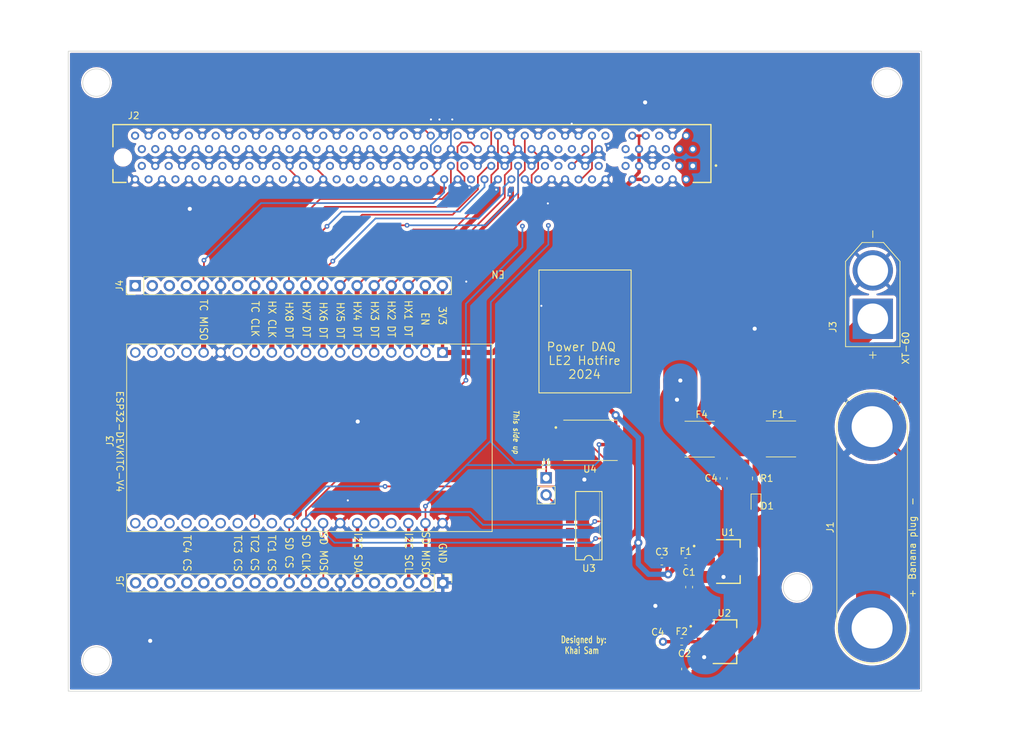
<source format=kicad_pcb>
(kicad_pcb (version 20221018) (generator pcbnew)
  (layers (0 "F.Cu" signal) (1 "In1.Cu" signal) (2 "In2.Cu" signal) (31 "B.Cu" signal) (34 "B.Paste" user) (35 "F.Paste" user) (36 "B.SilkS" user "B.Silkscreen") (37 "F.SilkS" user "F.Silkscreen") (38 "B.Mask" user) (39 "F.Mask" user) (44 "Edge.Cuts" user))
  (net 0 "")
  (net 1 "GND")
  (net 2 "Net-(C4-Pad2)")
  (net 3 "12V")
  (net 4 "Net-(D1-Pad1)")
  (net 5 "+12V")
  (net 6 "3.3V")
  (net 7 "5V")
  (net 8 "HX CLK")
  (net 9 "EN")
  (net 10 "HX1")
  (net 11 "HX2")
  (net 12 "HX3")
  (net 13 "HX4")
  (net 14 "HX5")
  (net 15 "HX6")
  (net 16 "HX7")
  (net 17 "HX8")
  (net 18 "Net-(U1-OUTPUT)")
  (net 19 "Net-(U2-OUTPUT)")
  (net 20 "Net-(J1-Pin_1)")
  (net 21 "I2C SCL")
  (net 22 "I2C SDA")
  (net 23 "TC CS 3")
  (net 24 "TC CS 4")
  (net 25 "SD MOSI_3.3")
  (net 26 "SD CLK_3.3")
  (net 27 "SD CS_3.3")
  (net 31 "TC CS 1")
  (net 32 "TC CS 2")
  (net 38 "SPI1 CLK")
  (net 39 "SPI1 MISO")
  (net 50 "SPI1 MOSI")
  (net 68 "SPI0 CLK")
  (net 69 "SPI0 MISO")
  (net 99 "SPI0 MOSI")
  (net 100 "SPI0 CS")
  (footprint "XTSD04GLGEAG:SON127P600X800X95-8N" (layer "F.Cu") (at 192.024 121.412)
    (fp_text reference "U4")
    (fp_text value "XTSD04GLGEAG")
  )
  (footprint "74HC4050D:SO16" (layer "F.Cu") (at 191.77 134.112 90)
    (fp_text reference "U3")
    (fp_text value "74HC4050D")
  )
  (footprint "Capacitor_SMD:C_0603_1608Metric" (layer "F.Cu") (at 206.1005 155.448 90)
    (fp_text reference "C2")
    (fp_text value "10uF")
  )
  (footprint "Capacitor_SMD:C_0603_1608Metric" (layer "F.Cu") (at 202.0365 151.384)
    (fp_text reference "C4")
    (fp_text value "22uF")
  )
  (footprint "Diode_SMD:D_0603_1608Metric" (layer "F.Cu") (at 216.6595 130.893 -90)
    (fp_text reference "D1")
    (fp_text value "D_Small")
  )
  (footprint "PCIe_16x_BaseFoot:SAMTEC_PCIE-164-02-F-D-TH-TR" (layer "F.Cu") (at 165.447 79.323)
    (fp_text reference "J2")
    (fp_text value "Bus_PCI_Express_x16")
  )
  (footprint "Fuse:Fuse_0603_1608Metric" (layer "F.Cu") (at 205.5925 151.384 180)
    (fp_text reference "F2")
    (fp_text value "500mA Fuse")
  )
  (footprint "Capacitor_SMD:C_0603_1608Metric" (layer "F.Cu") (at 202.64 139.446)
    (fp_text reference "C3")
    (fp_text value "22uF")
  )
  (footprint "Connector_PinHeader_2.54mm:PinHeader_1x19_P2.54mm_Vertical" (layer "F.Cu") (at 124.2668 98.3996 90)
    (fp_text reference "J4")
    (fp_text value "Conn_01x19_Male")
  )
  (footprint "Ellie_Project_Footprints:MODULE_ESP32-DEVKITC-32D" (layer "F.Cu") (at 150.241 121.041001 -90)
    (fp_text reference "J3")
    (fp_text value "ESP32-DEVKITC-32D")
  )
  (footprint "Connector_PinHeader_2.54mm:PinHeader_1x19_P2.54mm_Vertical" (layer "F.Cu") (at 170.043 142.621 -90)
    (fp_text reference "J5")
    (fp_text value "Conn_01x19_Male")
  )
  (footprint "Resistor_SMD:R_0603_1608Metric" (layer "F.Cu") (at 216.6595 127.083 -90)
    (fp_text reference "R1")
    (fp_text value "10k")
  )
  (footprint "AZ1117IH-3:SOT230P700X185-4N" (layer "F.Cu") (at 212.038 151.384)
    (fp_text reference "U2")
    (fp_text value "AZ1117IH-5TRG1")
  )
  (footprint "Fuse:Fuse_2920_7451Metric" (layer "F.Cu") (at 208.2775 121.241 180)
    (fp_text reference "F4")
    (fp_text value "6A Fuse")
  )
  (footprint "XT60-M:AMASS_XT60-M" (layer "F.Cu") (at 234.0356 99.7272 90)
    (fp_text reference "J3")
    (fp_text value "XT60-M")
  )
  (footprint "Connector:Banana_Jack_2Pin" (layer "F.Cu") (at 233.934 149.35 90)
    (fp_text reference "J1")
    (fp_text value "POWER")
  )
  (footprint "Capacitor_SMD:C_0603_1608Metric" (layer "F.Cu") (at 211.8335 127.083 90)
    (fp_text reference "C4")
    (fp_text value "22uF")
  )
  (footprint "Fuse:Fuse_0603_1608Metric" (layer "F.Cu") (at 206.196 139.446 180)
    (fp_text reference "F1")
    (fp_text value "500mA Fuse")
  )
  (footprint "Capacitor_SMD:C_0603_1608Metric" (layer "F.Cu") (at 206.704 143.256 90)
    (fp_text reference "C1")
    (fp_text value "10uF")
  )
  (footprint "AZ1117IH-3:SOT230P700X185-4N" (layer "F.Cu") (at 212.546 139.446)
    (fp_text reference "U1")
    (fp_text value "AZ1117IH-3.3TRG1")
  )
  (footprint "Connector_PinHeader_2.54mm:PinHeader_1x02_P2.54mm_Vertical" (layer "F.Cu") (at 185.42 127)
    (fp_text reference "J1")
    (fp_text value "Pin Jumper")
  )
  (footprint "Fuse:Fuse_2920_7451Metric" (layer "F.Cu") (at 220.3704 121.2088 180)
    (fp_text reference "F1")
    (fp_text value "6A Fuse")
  )
  (gr_rect (start 184.3532 96.0628) (end 198.0692 114.3508) (stroke (width 0.15)) (fill none) (layer "F.SilkS"))
  (gr_circle (center 118.5 154.178) (end 120.55 154.178) (stroke (width 0.1)) (fill none) (layer "Edge.Cuts"))
  (gr_circle (center 118.5 68.1736) (end 120.55 68.1736) (stroke (width 0.1)) (fill none) (layer "Edge.Cuts"))
  (gr_circle (center 222.758 143.3068) (end 224.808 143.3068) (stroke (width 0.1)) (fill none) (layer "Edge.Cuts"))
  (gr_circle (center 236.1512 68.1736) (end 238.2012 68.1736) (stroke (width 0.1)) (fill none) (layer "Edge.Cuts"))
  (gr_rect (start 114.3 63.5) (end 241.3 158.75) (stroke (width 0.1)) (fill none) (layer "Edge.Cuts"))
  (gr_text "HX7 DT" (at 149.733 103.4034 270) (layer "F.SilkS") (effects (font (size 1.1 1))))
  (gr_text "SD CS" (at 147.1676 138.1506 270) (layer "F.SilkS") (effects (font (size 1.1 1))))
  (gr_text "-" (at 239.9284 130.5052 90) (layer "F.SilkS") (effects (font (size 1 1))))
  (gr_text "TC3 CS" (at 139.5222 138.2268 270) (layer "F.SilkS") (effects (font (size 1.1 1))))
  (gr_text "HX CLK" (at 144.6276 103.4034 270) (layer "F.SilkS") (effects (font (size 1.1 1))))
  (gr_text "TC CLK" (at 142.113 103.3526 270) (layer "F.SilkS") (effects (font (size 1.1 1))))
  (gr_text "HX8 DT" (at 147.1676 103.5304 270) (layer "F.SilkS") (effects (font (size 1.1 1))))
  (gr_text "Banana plug" (at 239.9284 137.414 90) (layer "F.SilkS") (effects (font (size 1 1))))
  (gr_text "SD CLK" (at 149.6822 138.176 270) (layer "F.SilkS") (effects (font (size 1.1 1))))
  (gr_text "HX4 DT" (at 157.3022 103.4034 270) (layer "F.SilkS") (effects (font (size 1.1 1))))
  (gr_text "EN" (at 167.4114 103.3526 270) (layer "F.SilkS") (effects (font (size 1.1 1))))
  (gr_text "I2C SDA" (at 157.4292 138.176 270) (layer "F.SilkS") (effects (font (size 1.1 1))))
  (gr_text "+" (at 239.9284 144.2212 90) (layer "F.SilkS") (effects (font (size 1 1))))
  (gr_text "SD MOSI" (at 152.2984 138.2014 270) (layer "F.SilkS") (effects (font (size 1.1 1))))
  (gr_text "TC MISO" (at 134.4422 103.505 270) (layer "F.SilkS") (effects (font (size 1.1 1))))
  (gr_text "EN" (at 178.2572 96.6978 180) (layer "F.SilkS") (effects (font (size 1.1 1))))
  (gr_text "TC1 CS" (at 144.5768 138.2268 270) (layer "F.SilkS") (effects (font (size 1.1 1))))
  (gr_text "SD MISO" (at 167.4876 138.176 270) (layer "F.SilkS") (effects (font (size 1.1 1))))
  (gr_text "ESP32-DEVKITC-V4" (at 121.9708 121.5898 270) (layer "F.SilkS") (effects (font (size 1 1))))
  (gr_text "Power DAQ \nLE2 Hotfire\n2024" (at 191.135 109.5502) (layer "F.SilkS") (effects (font (size 1.27 1.27))))
  (gr_text "I2C SCL" (at 164.973 138.1506 270) (layer "F.SilkS") (effects (font (size 1.1 1))))
  (gr_text "This side up" (at 180.9496 120.1928 270) (layer "F.SilkS") (effects (font (size 0.8001 0.7) (thickness 0.15) italic)))
  (gr_text "HX2 DT" (at 162.3822 103.3526 270) (layer "F.SilkS") (effects (font (size 1.1 1))))
  (gr_text "Designed by:\nKhai Sam " (at 191.008 151.892) (layer "F.SilkS") (effects (font (size 1 0.7))))
  (gr_text "HX1 DT" (at 164.8968 103.3018 270) (layer "F.SilkS") (effects (font (size 1.1 1))))
  (gr_text "XT-60" (at 238.9378 107.6706 90) (layer "F.SilkS") (effects (font (size 1 1))))
  (gr_text "3V3" (at 169.9768 102.87 270) (layer "F.SilkS") (effects (font (size 1.1 1))))
  (gr_text "HX5 DT" (at 154.7876 103.5812 270) (layer "F.SilkS") (effects (font (size 1.1 1))))
  (gr_text "HX3 DT" (at 159.893 103.4034 270) (layer "F.SilkS") (effects (font (size 1.1 1))))
  (gr_text "TC4 CS" (at 131.9784 138.2268 270) (layer "F.SilkS") (effects (font (size 1.1 1))))
  (gr_text "HX6 DT" (at 152.2476 103.5558 270) (layer "F.SilkS") (effects (font (size 1.1 1))))
  (gr_text "GND" (at 170.0022 138.2014 270) (layer "F.SilkS") (effects (font (size 1.1 1))))
  (gr_text "TC2 CS" (at 142.0368 138.176 270) (layer "F.SilkS") (effects (font (size 1.1 1))))
  (segment (start 168.247 82.197) (end 168.247 82.573) (width 0.254) (layer "F.Cu") (net 1))
  (segment (start 151.247 80.573) (end 151.247 80.9906) (width 0.254) (layer "F.Cu") (net 1))
  (segment (start 169.247 81.197) (end 168.247 82.197) (width 0.254) (layer "F.Cu") (net 1))
  (segment (start 169.247 80.573) (end 169.247 81.197) (width 0.254) (layer "F.Cu") (net 1))
  (segment (start 237.6932 115.6208) (end 233.934 119.38) (width 1.016) (layer "F.Cu") (net 1))
  (segment (start 180.594 76.42) (end 180.247 76.073) (width 0.254) (layer "F.Cu") (net 1))
  (segment (start 233.934 119.38) (end 239.1664 124.6124) (width 1.016) (layer "F.Cu") (net 1))
  (segment (start 152.247 81.9906) (end 152.247 82.573) (width 0.254) (layer "F.Cu") (net 1))
  (segment (start 148.247 82.1562) (end 148.247 82.573) (width 0.254) (layer "F.Cu") (net 1))
  (segment (start 151.247 80.9906) (end 152.247 81.9906) (width 0.254) (layer "F.Cu") (net 1))
  (segment (start 237.6932 111.8616) (end 237.6932 115.6208) (width 1.016) (layer "F.Cu") (net 1))
  (segment (start 193.262 83.558) (end 194.247 82.573) (width 0.254) (layer "F.Cu") (net 1))
  (segment (start 239.1664 124.6124) (end 239.1664 126.238) (width 1.016) (layer "F.Cu") (net 1))
  (segment (start 147.247 81.1562) (end 148.247 82.1562) (width 0.254) (layer "F.Cu") (net 1))
  (segment (start 177.247 75.012) (end 177.165 74.93) (width 0.254) (layer "F.Cu") (net 1))
  (segment (start 147.247 80.573) (end 147.247 81.1562) (width 0.254) (layer "F.Cu") (net 1))
  (segment (start 180.594 77.42) (end 180.594 76.42) (width 0.254) (layer "F.Cu") (net 1))
  (segment (start 181.247 78.073) (end 180.594 77.42) (width 0.254) (layer "F.Cu") (net 1))
  (segment (start 177.247 78.073) (end 177.247 75.012) (width 0.254) (layer "F.Cu") (net 1))
  (segment (start 188.247 82.573) (end 188.640001 82.573) (width 0.254) (layer "F.Cu") (net 1))
  (via (at 191.1096 127.254) (size 1.2192) (drill 0.6096) (layers "F.Cu" "B.Cu") (net 1))
  (via (at 173.5328 97.79) (size 0.7112) (drill 0.3048) (layers "F.Cu" "B.Cu") (net 1))
  (via (at 177.9981 84.105545) (size 0.7112) (drill 0.3048) (layers "F.Cu" "B.Cu") (net 1))
  (via (at 177.165 74.93) (size 0.7112) (drill 0.3048) (layers "F.Cu" "B.Cu") (net 1))
  (via (at 132.3848 86.9696) (size 1.2192) (drill 0.6096) (layers "F.Cu" "B.Cu") (net 1))
  (via (at 173.9981 83.82) (size 0.7112) (drill 0.3048) (layers "F.Cu" "B.Cu") (net 1))
  (via (at 184.7088 101.3968) (size 0.7112) (drill 0.3048) (layers "F.Cu" "B.Cu") (net 1))
  (via (at 216.4588 104.8004) (size 1.2192) (drill 0.6096) (layers "F.Cu" "B.Cu") (net 1))
  (via (at 155.9052 130.3528) (size 0.7112) (drill 0.3048) (layers "F.Cu" "B.Cu") (net 1))
  (via (at 200.152 71.12) (size 1.2192) (drill 0.6096) (layers "F.Cu" "B.Cu") (net 1))
  (via (at 189.23 74.295) (size 0.7112) (drill 0.3048) (layers "F.Cu" "B.Cu") (net 1))
  (via (at 169.545 73.66) (size 0.7112) (drill 0.3048) (layers "F.Cu" "B.Cu") (net 1))
  (via (at 180.022896 84.7471) (size 0.7112) (drill 0.3048) (layers "F.Cu" "B.Cu") (net 1))
  (via (at 168.275 73.66) (size 0.7112) (drill 0.3048) (layers "F.Cu" "B.Cu") (net 1))
  (via (at 194.6656 77.5716) (size 0.7112) (drill 0.3048) (layers "F.Cu" "B.Cu") (net 1))
  (via (at 157.3784 118.618) (size 1.2192) (drill 0.6096) (layers "F.Cu" "B.Cu") (net 1))
  (via (at 171.45 73.66) (size 0.7112) (drill 0.3048) (layers "F.Cu" "B.Cu") (net 1))
  (via (at 185.674 86.1568) (size 0.7112) (drill 0.3048) (layers "F.Cu" "B.Cu") (net 1))
  (via (at 126.492 151.257) (size 1.2192) (drill 0.6096) (layers "F.Cu" "B.Cu") (net 1))
  (via (at 201.676 146.05) (size 1.2192) (drill 0.6096) (layers "F.Cu" "B.Cu") (net 1))
  (segment (start 169.247 80.573) (end 168.262 79.588) (width 0.254) (layer "B.Cu") (net 1))
  (segment (start 172.247 82.573) (end 172.7511 82.573) (width 0.254) (layer "B.Cu") (net 1))
  (segment (start 171.247 73.863) (end 171.45 73.66) (width 0.254) (layer "B.Cu") (net 1))
  (segment (start 169.545 76.2) (end 169.545 73.66) (width 0.254) (layer "B.Cu") (net 1))
  (segment (start 169.247 80.573) (end 171.247 78.573) (width 0.254) (layer "B.Cu") (net 1))
  (segment (start 168.262 79.588) (end 168.262 77.483) (width 0.254) (layer "B.Cu") (net 1))
  (segment (start 228.6508 124.8156) (end 228.6508 126.7968) (width 1.016) (layer "B.Cu") (net 1))
  (segment (start 166.247 76.073) (end 168.275 74.045) (width 0.254) (layer "B.Cu") (net 1))
  (segment (start 168.275 74.045) (end 168.275 73.66) (width 0.254) (layer "B.Cu") (net 1))
  (segment (start 172.7511 82.573) (end 173.9981 83.82) (width 0.254) (layer "B.Cu") (net 1))
  (segment (start 172.247 82.573) (end 172.247 82.708425) (width 0.254) (layer "B.Cu") (net 1))
  (segment (start 171.247 78.073) (end 171.247 73.863) (width 0.254) (layer "B.Cu") (net 1))
  (segment (start 171.247 78.573) (end 171.247 78.073) (width 0.254) (layer "B.Cu") (net 1))
  (segment (start 233.0958 120.3706) (end 228.6508 124.8156) (width 1.016) (layer "B.Cu") (net 1))
  (segment (start 168.262 77.483) (end 169.545 76.2) (width 0.254) (layer "B.Cu") (net 1))
  (segment (start 216.574 121.241) (end 212.002 121.241) (width 5.08) (layer "F.Cu") (net 2))
  (segment (start 216.6595 126.258) (end 216.6595 121.3265) (width 1.016) (layer "F.Cu") (net 2))
  (segment (start 216.6595 121.3265) (end 216.574 121.241) (width 0.254) (layer "F.Cu") (net 2))
  (segment (start 212.002 121.241) (end 211.8335 121.4095) (width 0.254) (layer "F.Cu") (net 2))
  (segment (start 211.8335 126.308) (end 211.8335 121.4095) (width 1.016) (layer "F.Cu") (net 2))
  (segment (start 211.8335 121.4095) (end 211.665 121.241) (width 0.254) (layer "F.Cu") (net 2))
  (segment (start 211.822 141.746) (end 206.643 141.746) (width 1.778) (layer "F.Cu") (net 3))
  (segment (start 205.391473 112.514927) (end 205.391473 92.804527) (width 5.08) (layer "F.Cu") (net 3))
  (segment (start 206.1005 154.46) (end 206.1005 154.63) (width 1.778) (layer "F.Cu") (net 3))
  (segment (start 205.391473 114.865327) (end 204.89 115.3668) (width 5.08) (layer "F.Cu") (net 3))
  (segment (start 206.247 82.573) (end 206.247 81.573) (width 1.27) (layer "F.Cu") (net 3))
  (segment (start 205.247 78.073) (end 207.247 78.073) (width 0.762) (layer "F.Cu") (net 3))
  (segment (start 206.629 142.363) (end 206.704 142.438) (width 1.27) (layer "F.Cu") (net 3))
  (segment (start 204.89 121.241) (end 204.89 115.3668) (width 5.08) (layer "F.Cu") (net 3))
  (segment (start 211.6328 80.2132) (end 207.8736 76.454) (width 3.81) (layer "F.Cu") (net 3))
  (segment (start 206.866 76.454) (end 207.518 76.454) (width 0.762) (layer "F.Cu") (net 3))
  (segment (start 208.3816 83.312) (end 207.4672 82.3976) (width 3.81) (layer "F.Cu") (net 3))
  (segment (start 205.391473 92.804527) (end 210.82 87.376) (width 5.08) (layer "F.Cu") (net 3))
  (segment (start 210.82 87.376) (end 211.6328 86.5632) (width 3.81) (layer "F.Cu") (net 3))
  (segment (start 211.6328 82.7532) (end 207.9244 79.0448) (width 3.81) (layer "F.Cu") (net 3))
  (segment (start 211.6328 86.5632) (end 211.6328 80.2132) (width 3.81) (layer "F.Cu") (net 3))
  (segment (start 206.8765 153.684) (end 206.1005 154.46) (width 1.778) (layer "F.Cu") (net 3))
  (segment (start 207.3656 90.8304) (end 208.3816 89.8144) (width 3.048) (layer "F.Cu") (net 3))
  (segment (start 208.938 153.684) (end 206.8765 153.684) (width 1.778) (layer "F.Cu") (net 3))
  (segment (start 207.8736 76.454) (end 207.518 76.454) (width 3.81) (layer "F.Cu") (net 3))
  (segment (start 206.643 141.746) (end 206.629 141.732) (width 1.778) (layer "F.Cu") (net 3))
  (segment (start 206.629 141.732) (end 206.629 142.363) (width 1.27) (layer "F.Cu") (net 3))
  (segment (start 206.247 81.573) (end 205.247 80.573) (width 1.27) (layer "F.Cu") (net 3))
  (segment (start 205.247 78.073) (end 206.866 76.454) (width 1.778) (layer "F.Cu") (net 3))
  (segment (start 208.3816 89.8144) (end 208.3816 83.312) (width 3.81) (layer "F.Cu") (net 3))
  (segment (start 211.6328 86.5632) (end 211.6328 82.7532) (width 3.81) (layer "F.Cu") (net 3))
  (segment (start 207.9244 79.0448) (end 206.4004 79.0448) (width 3.81) (layer "F.Cu") (net 3))
  (segment (start 205.391473 112.514927) (end 205.391473 114.865327) (width 5.08) (layer "F.Cu") (net 3))
  (via (at 204.89 115.3668) (size 1.2192) (drill 0.6096) (layers "F.Cu" "B.Cu") (net 3))
  (via (at 208.938 153.684) (size 1.2192) (drill 0.6096) (layers "F.Cu" "B.Cu") (net 3))
  (via (at 205.391473 112.514927) (size 1.2192) (drill 0.6096) (layers "F.Cu" "B.Cu") (net 3))
  (via (at 211.822 141.746) (size 1.2192) (drill 0.6096) (layers "F.Cu" "B.Cu") (net 3))
  (segment (start 209.282 153.684) (end 208.938 153.684) (width 5.08) (layer "B.Cu") (net 3))
  (segment (start 214.376 127.4572) (end 214.376 139.192) (width 5.08) (layer "B.Cu") (net 3))
  (segment (start 211.822 141.746) (end 214.376 139.192) (width 5.08) (layer "B.Cu") (net 3))
  (segment (start 205.391473 112.514927) (end 205.391473 118.472673) (width 5.08) (layer "B.Cu") (net 3))
  (segment (start 214.376 139.192) (end 214.376 148.59) (width 5.08) (layer "B.Cu") (net 3))
  (segment (start 214.376 148.59) (end 209.282 153.684) (width 5.08) (layer "B.Cu") (net 3))
  (segment (start 205.391473 118.472673) (end 214.376 127.4572) (width 5.08) (layer "B.Cu") (net 3))
  (segment (start 216.6595 130.1055) (end 216.6595 128.27) (width 1.524) (layer "F.Cu") (net 4))
  (segment (start 234.0356 103.5812) (end 234.0356 103.3272) (width 3.81) (layer "F.Cu") (net 5))
  (segment (start 223.7579 121.2088) (end 223.7579 113.8589) (width 3.81) (layer "F.Cu") (net 5))
  (segment (start 223.6216 121.5136) (end 223.6216 131.064) (width 5.08) (layer "F.Cu") (net 5))
  (segment (start 234.0864 141.5288) (end 234.0864 151.3312) (width 5.08) (layer "F.Cu") (net 5))
  (segment (start 223.7579 113.8589) (end 234.0356 103.5812) (width 3.81) (layer "F.Cu") (net 5))
  (segment (start 223.6216 131.064) (end 234.0864 141.5288) (width 5.08) (layer "F.Cu") (net 5))
  (segment (start 195.769 117.664) (end 195.769 119.507) (width 0.508) (layer "F.Cu") (net 6))
  (segment (start 205.4085 139.5235) (end 205.4085 139.446) (width 0.508) (layer "F.Cu") (net 6))
  (segment (start 179.832 106.3244) (end 179.5272 106.3244) (width 0.762) (layer "F.Cu") (net 6))
  (segment (start 170.307 108.035001) (end 170.001 108.341001) (width 0.508) (layer "F.Cu") (net 6))
  (segment (start 193.167 115.062) (end 188.5696 115.062) (width 0.762) (layer "F.Cu") (net 6))
  (segment (start 199.009 81.788) (end 199.247 81.55) (width 0.508) (layer "F.Cu") (net 6))
  (segment (start 199.247 81.55) (end 199.247 80.573) (width 0.508) (layer "F.Cu") (net 6))
  (segment (start 170.001 98.4138) (end 169.9868 98.3996) (width 0.508) (layer "F.Cu") (net 6))
  (segment (start 170.001 108.341001) (end 170.001 98.4138) (width 0.508) (layer "F.Cu") (net 6))
  (segment (start 198.247 82.694136) (end 198.247 82.573) (width 0.508) (layer "F.Cu") (net 6))
  (segment (start 170.001 108.341001) (end 177.510599 108.341001) (width 0.762) (layer "F.Cu") (net 6))
  (segment (start 203.415 141.185) (end 203.415 139.446) (width 0.508) (layer "F.Cu") (net 6))
  (segment (start 199.263 76.073) (end 198.247 76.073) (width 0.381) (layer "F.Cu") (net 6))
  (segment (start 203.581 141.351) (end 203.415 141.185) (width 0.508) (layer "F.Cu") (net 6))
  (segment (start 199.009 81.811) (end 199.009 81.788) (width 0.508) (layer "F.Cu") (net 6))
  (segment (start 199.263 76.073) (end 199.247 76.089) (width 0.254) (layer "F.Cu") (net 6))
  (segment (start 199.136 136.652) (end 197.231 138.557) (width 0.508) (layer "F.Cu") (net 6))
  (segment (start 200.247 76.073) (end 199.263 76.073) (width 0.381) (layer "F.Cu") (net 6))
  (segment (start 177.510599 108.341001) (end 179.5272 106.3244) (width 0.762) (layer "F.Cu") (net 6))
  (segment (start 198.247 82.573) (end 199.009 81.811) (width 0.508) (layer "F.Cu") (net 6))
  (segment (start 195.769 117.664) (end 193.167 115.062) (width 0.762) (layer "F.Cu") (net 6))
  (segment (start 179.832 106.3244) (end 179.832 101.109136) (width 0.762) (layer "F.Cu") (net 6))
  (segment (start 198.247 82.573) (end 200.247 82.573) (width 0.508) (layer "F.Cu") (net 6))
  (segment (start 188.5696 115.062) (end 179.832 106.3244) (width 0.762) (layer "F.Cu") (net 6))
  (segment (start 197.231 138.557) (end 194.57 138.557) (width 0.508) (layer "F.Cu") (net 6))
  (segment (start 199.247 80.573) (end 199.247 78.073) (width 0.508) (layer "F.Cu") (net 6))
  (segment (start 199.247 76.089) (end 199.247 78.073) (width 0.381) (layer "F.Cu") (net 6))
  (segment (start 203.581 141.351) (end 205.4085 139.5235) (width 0.762) (layer "F.Cu") (net 6))
  (segment (start 179.832 101.109136) (end 198.247 82.694136) (width 0.762) (layer "F.Cu") (net 6))
  (via (at 195.769 117.664) (size 1.2192) (drill 0.6096) (layers "F.Cu" "B.Cu") (net 6))
  (via (at 203.581 141.351) (size 1.2192) (drill 0.6096) (layers "F.Cu" "B.Cu") (net 6))
  (via (at 199.136 136.652) (size 1.2192) (drill 0.6096) (layers "F.Cu" "B.Cu") (net 6))
  (segment (start 200.66 141.351) (end 199.136 139.827) (width 0.762) (layer "B.Cu") (net 6))
  (segment (start 203.581 141.351) (end 200.66 141.351) (width 0.762) (layer "B.Cu") (net 6))
  (segment (start 195.769 117.664) (end 199.136 121.031) (width 0.762) (layer "B.Cu") (net 6))
  (segment (start 199.136 121.031) (end 199.136 136.652) (width 0.762) (layer "B.Cu") (net 6))
  (segment (start 199.136 139.827) (end 199.136 136.652) (width 0.762) (layer "B.Cu") (net 6))
  (segment (start 202.8115 151.384) (end 204.805 151.384) (width 0.508) (layer "F.Cu") (net 7))
  (via (at 202.8115 151.384) (size 1.2192) (drill 0.6096) (layers "F.Cu" "B.Cu") (net 7))
  (segment (start 172.232 77.694999) (end 172.232 81.164999) (width 0.254) (layer "F.Cu") (net 8))
  (segment (start 173.262 84.04) (end 170.6372 86.6648) (width 0.254) (layer "F.Cu") (net 8))
  (segment (start 144.5868 98.3996) (end 144.5868 94.5796) (width 0.254) (layer "F.Cu") (net 8))
  (segment (start 144.601 98.4138) (end 144.5868 98.3996) (width 0.254) (layer "F.Cu") (net 8))
  (segment (start 144.5868 94.5796) (end 152.5016 86.6648) (width 0.254) (layer "F.Cu") (net 8))
  (segment (start 175.0568 78.2632) (end 175.247 78.073) (width 0.254) (layer "F.Cu") (net 8))
  (segment (start 172.232 81.164999) (end 173.262 82.194999) (width 0.254) (layer "F.Cu") (net 8))
  (segment (start 172.838999 77.088) (end 172.232 77.694999) (width 0.254) (layer "F.Cu") (net 8))
  (segment (start 174.262 77.088) (end 172.838999 77.088) (width 0.254) (layer "F.Cu") (net 8))
  (segment (start 173.262 82.194999) (end 173.262 84.04) (width 0.254) (layer "F.Cu") (net 8))
  (segment (start 175.247 78.073) (end 174.262 77.088) (width 0.254) (layer "F.Cu") (net 8))
  (segment (start 152.5016 86.6648) (end 170.6372 86.6648) (width 0.254) (layer "F.Cu") (net 8))
  (segment (start 144.601 108.341001) (end 144.601 98.4138) (width 0.762) (layer "F.Cu") (net 8))
  (segment (start 167.461 98.4138) (end 167.461 108.341001) (width 0.762) (layer "F.Cu") (net 9))
  (segment (start 167.4468 98.3996) (end 167.461 98.4138) (width 0.762) (layer "F.Cu") (net 9))
  (segment (start 184.232 80.981001) (end 184.232 79.058) (width 0.254) (layer "F.Cu") (net 10))
  (segment (start 183.262 87.121) (end 183.262 81.951001) (width 0.254) (layer "F.Cu") (net 10))
  (segment (start 164.921 108.341001) (end 164.921 98.4138) (width 0.762) (layer "F.Cu") (net 10))
  (segment (start 164.921 98.4138) (end 168.4658 94.869) (width 0.254) (layer "F.Cu") (net 10))
  (segment (start 183.262 81.951001) (end 184.232 80.981001) (width 0.254) (layer "F.Cu") (net 10))
  (segment (start 175.514 94.869) (end 183.262 87.121) (width 0.254) (layer "F.Cu") (net 10))
  (segment (start 164.921 98.4138) (end 164.9068 98.3996) (width 0.254) (layer "F.Cu") (net 10))
  (segment (start 168.4658 94.869) (end 175.514 94.869) (width 0.254) (layer "F.Cu") (net 10))
  (segment (start 184.232 79.058) (end 183.247 78.073) (width 0.254) (layer "F.Cu") (net 10))
  (segment (start 181.262 82.164999) (end 182.247 81.179999) (width 0.254) (layer "F.Cu") (net 11))
  (segment (start 182.247 81.179999) (end 182.247 76.073) (width 0.254) (layer "F.Cu") (net 11))
  (segment (start 167.9578 92.837) (end 174.2948 92.837) (width 0.254) (layer "F.Cu") (net 11))
  (segment (start 174.2948 92.837) (end 181.262 85.8698) (width 0.254) (layer "F.Cu") (net 11))
  (segment (start 162.381 98.4138) (end 167.9578 92.837) (width 0.254) (layer "F.Cu") (net 11))
  (segment (start 162.381 108.341001) (end 162.381 98.4138) (width 0.762) (layer "F.Cu") (net 11))
  (segment (start 181.262 85.8698) (end 181.262 82.164999) (width 0.254) (layer "F.Cu") (net 11))
  (segment (start 162.381 98.4138) (end 162.3668 98.3996) (width 0.254) (layer "F.Cu") (net 11))
  (segment (start 159.8268 108.326801) (end 159.841 108.341001) (width 0.254) (layer "F.Cu") (net 12))
  (segment (start 159.8268 98.3996) (end 159.8268 108.326801) (width 0.762) (layer "F.Cu") (net 12))
  (segment (start 179.262 85.279) (end 179.262 81.951001) (width 0.254) (layer "F.Cu") (net 12))
  (segment (start 179.262 81.951001) (end 180.232 80.981001) (width 0.254) (layer "F.Cu") (net 12))
  (segment (start 166.9134 91.313) (end 173.228 91.313) (width 0.254) (layer "F.Cu") (net 12))
  (segment (start 180.232 79.058) (end 179.247 78.073) (width 0.254) (layer "F.Cu") (net 12))
  (segment (start 159.8268 98.3996) (end 166.9134 91.313) (width 0.254) (layer "F.Cu") (net 12))
  (segment (start 173.228 91.313) (end 179.262 85.279) (width 0.254) (layer "F.Cu") (net 12))
  (segment (start 180.232 80.981001) (end 180.232 79.058) (width 0.254) (layer "F.Cu") (net 12))
  (segment (start 157.301 98.4138) (end 157.2868 98.3996) (width 0.254) (layer "F.Cu") (net 13))
  (segment (start 157.2868 98.3996) (end 165.6434 90.043) (width 0.254) (layer "F.Cu") (net 13))
  (segment (start 157.301 108.341001) (end 157.301 98.4138) (width 0.762) (layer "F.Cu") (net 13))
  (segment (start 178.247 80.966001) (end 178.247 76.073) (width 0.254) (layer "F.Cu") (net 13))
  (segment (start 177.262 81.951001) (end 178.247 80.966001) (width 0.254) (layer "F.Cu") (net 13))
  (segment (start 165.6434 90.043) (end 171.6278 90.043) (width 0.254) (layer "F.Cu") (net 13))
  (segment (start 171.6278 90.043) (end 177.262 84.4088) (width 0.254) (layer "F.Cu") (net 13))
  (segment (start 177.262 84.4088) (end 177.262 81.951001) (width 0.254) (layer "F.Cu") (net 13))
  (segment (start 154.7468 108.326801) (end 154.761 108.341001) (width 0.254) (layer "F.Cu") (net 14))
  (segment (start 163.7384 89.408) (end 154.7468 98.3996) (width 0.254) (layer "F.Cu") (net 14))
  (segment (start 154.7468 98.3996) (end 154.7468 108.326801) (width 0.762) (layer "F.Cu") (net 14))
  (segment (start 164.719 89.408) (end 163.7384 89.408) (width 0.254) (layer "F.Cu") (net 14))
  (via (at 164.719 89.408) (size 0.7112) (drill 0.3048) (layers "F.Cu" "B.Cu") (net 14))
  (segment (start 176.403 89.408) (end 181.247 84.564) (width 0.254) (layer "B.Cu") (net 14))
  (segment (start 181.247 84.564) (end 181.247 80.573) (width 0.254) (layer "B.Cu") (net 14))
  (segment (start 164.719 89.408) (end 176.403 89.408) (width 0.254) (layer "B.Cu") (net 14))
  (segment (start 153.67 94.742) (end 152.2068 96.2052) (width 0.254) (layer "F.Cu") (net 15))
  (segment (start 152.2068 96.2052) (end 152.2068 98.3996) (width 0.254) (layer "F.Cu") (net 15))
  (segment (start 152.221 108.341001) (end 152.221 98.4138) (width 0.762) (layer "F.Cu") (net 15))
  (segment (start 152.221 98.4138) (end 152.2068 98.3996) (width 0.254) (layer "F.Cu") (net 15))
  (via (at 153.67 94.742) (size 0.7112) (drill 0.3048) (layers "F.Cu" "B.Cu") (net 15))
  (segment (start 179.07 84.658286) (end 179.07 83.75) (width 0.254) (layer "B.Cu") (net 15))
  (segment (start 153.67 94.742) (end 160.02 88.392) (width 0.254) (layer "B.Cu") (net 15))
  (segment (start 180.247 82.897) (end 180.247 82.573) (width 0.254) (layer "B.Cu") (net 15))
  (segment (start 179.07 83.75) (end 180.247 82.573) (width 0.254) (layer "B.Cu") (net 15))
  (segment (start 175.336286 88.392) (end 179.07 84.658286) (width 0.254) (layer "B.Cu") (net 15))
  (segment (start 160.02 88.392) (end 175.336286 88.392) (width 0.254) (layer "B.Cu") (net 15))
  (segment (start 149.681 96.191) (end 158.0388 87.8332) (width 0.254) (layer "F.Cu") (net 16))
  (segment (start 176.853999 80.573) (end 177.247 80.573) (width 0.254) (layer "F.Cu") (net 16))
  (segment (start 149.681 108.341001) (end 149.681 98.4138) (width 0.762) (layer "F.Cu") (net 16))
  (segment (start 158.0388 87.8332) (end 171.5008 87.8332) (width 0.254) (layer "F.Cu") (net 16))
  (segment (start 175.26 82.166999) (end 176.853999 80.573) (width 0.254) (layer "F.Cu") (net 16))
  (segment (start 175.26 84.074) (end 175.26 82.166999) (width 0.254) (layer "F.Cu") (net 16))
  (segment (start 171.5008 87.8332) (end 175.26 84.074) (width 0.254) (layer "F.Cu") (net 16))
  (segment (start 149.681 98.4138) (end 149.6668 98.3996) (width 0.254) (layer "F.Cu") (net 16))
  (segment (start 149.681 98.4138) (end 149.681 96.191) (width 0.254) (layer "F.Cu") (net 16))
  (segment (start 147.141 95.2258) (end 147.141 98.4138) (width 0.254) (layer "F.Cu") (net 17))
  (segment (start 152.8064 89.5604) (end 147.141 95.2258) (width 0.254) (layer "F.Cu") (net 17))
  (segment (start 147.1268 98.3996) (end 147.141 98.4138) (width 0.254) (layer "F.Cu") (net 17))
  (segment (start 147.141 108.341001) (end 147.141 98.4138) (width 0.762) (layer "F.Cu") (net 17))
  (via (at 152.8064 89.5604) (size 0.7112) (drill 0.3048) (layers "F.Cu" "B.Cu") (net 17))
  (segment (start 152.8064 89.5604) (end 154.9908 87.376) (width 0.254) (layer "B.Cu") (net 17))
  (segment (start 154.9908 87.376) (end 172.593 87.376) (width 0.254) (layer "B.Cu") (net 17))
  (segment (start 172.593 87.376) (end 176.247 83.722) (width 0.254) (layer "B.Cu") (net 17))
  (segment (start 176.247 83.722) (end 176.247 82.573) (width 0.254) (layer "B.Cu") (net 17))
  (segment (start 206.9835 139.446) (end 209.446 139.446) (width 1.016) (layer "F.Cu") (net 18))
  (segment (start 206.38 151.384) (end 208.938 151.384) (width 0.508) (layer "F.Cu") (net 19))
  (segment (start 186.944 120.777) (end 188.279 120.777) (width 0.254) (layer "F.Cu") (net 20))
  (segment (start 185.42 127) (end 185.42 122.301) (width 0.254) (layer "F.Cu") (net 20))
  (segment (start 185.42 122.301) (end 186.944 120.777) (width 0.254) (layer "F.Cu") (net 20))
  (segment (start 164.963 133.783001) (end 164.921 133.741001) (width 0.254) (layer "F.Cu") (net 21))
  (segment (start 190.640001 82.573) (end 192.247 80.966001) (width 0.254) (layer "F.Cu") (net 21))
  (segment (start 192.247 80.966001) (end 192.247 76.073) (width 0.254) (layer "F.Cu") (net 21))
  (segment (start 164.963 142.621) (end 164.963 133.783001) (width 0.508) (layer "F.Cu") (net 21))
  (segment (start 190.247 82.573) (end 190.640001 82.573) (width 0.254) (layer "F.Cu") (net 21))
  (segment (start 191.247 78.573) (end 191.247 78.073) (width 0.254) (layer "F.Cu") (net 22))
  (segment (start 157.343 142.621) (end 157.343 133.783001) (width 0.508) (layer "F.Cu") (net 22))
  (segment (start 189.247 80.573) (end 191.247 78.573) (width 0.254) (layer "F.Cu") (net 22))
  (segment (start 157.343 133.783001) (end 157.301 133.741001) (width 0.254) (layer "F.Cu") (net 22))
  (segment (start 197.866 125.414) (end 195.769 123.317) (width 0.254) (layer "F.Cu") (net 25))
  (segment (start 197.866 134.366) (end 197.866 125.414) (width 0.254) (layer "F.Cu") (net 25))
  (segment (start 194.945 137.287) (end 197.866 134.366) (width 0.254) (layer "F.Cu") (net 25))
  (segment (start 194.57 137.287) (end 194.945 137.287) (width 0.254) (layer "F.Cu") (net 25))
  (segment (start 196.342 133.275) (end 196.342 126.365) (width 0.254) (layer "F.Cu") (net 26))
  (segment (start 194.87 134.747) (end 196.342 133.275) (width 0.254) (layer "F.Cu") (net 26))
  (segment (start 194.57 134.747) (end 194.87 134.747) (width 0.254) (layer "F.Cu") (net 26))
  (segment (start 196.342 126.365) (end 192.024 122.047) (width 0.254) (layer "F.Cu") (net 26))
  (segment (start 192.024 122.047) (end 188.279 122.047) (width 0.254) (layer "F.Cu") (net 26))
  (segment (start 185.42 129.54) (end 186.817 130.937) (width 0.254) (layer "F.Cu") (net 27))
  (segment (start 186.817 130.937) (end 188.97 130.937) (width 0.254) (layer "F.Cu") (net 27))
  (segment (start 163.5988 71.4248) (end 168.247 76.073) (width 0.254) (layer "F.Cu") (net 32))
  (segment (start 142.061 132.3074) (end 119.888 110.1344) (width 0.254) (layer "F.Cu") (net 32))
  (segment (start 119.888 75.2856) (end 123.7488 71.4248) (width 0.254) (layer "F.Cu") (net 32))
  (segment (start 123.7488 71.4248) (end 163.5988 71.4248) (width 0.254) (layer "F.Cu") (net 32))
  (segment (start 142.061 133.741001) (end 142.061 132.3074) (width 0.254) (layer "F.Cu") (net 32))
  (segment (start 119.888 110.1344) (end 119.888 75.2856) (width 0.254) (layer "F.Cu") (net 32))
  (segment (start 142.061 108.341001) (end 142.061 98.4138) (width 0.762) (layer "F.Cu") (net 38))
  (segment (start 142.061 95.21858) (end 151.78318 85.4964) (width 0.254) (layer "F.Cu") (net 38))
  (segment (start 142.061 98.4138) (end 142.061 95.21858) (width 0.254) (layer "F.Cu") (net 38))
  (segment (start 171.247 84.1754) (end 171.247 80.573) (width 0.254) (layer "F.Cu") (net 38))
  (segment (start 142.061 98.4138) (end 142.0468 98.3996) (width 0.254) (layer "F.Cu") (net 38))
  (segment (start 151.78318 85.4964) (end 169.926 85.4964) (width 0.254) (layer "F.Cu") (net 38))
  (segment (start 169.926 85.4964) (end 171.247 84.1754) (width 0.254) (layer "F.Cu") (net 38))
  (segment (start 134.441 98.627) (end 134.441 108.341001) (width 0.762) (layer "F.Cu") (net 39))
  (segment (start 134.4268 96.4592) (end 134.4268 98.3996) (width 0.254) (layer "F.Cu") (net 39))
  (segment (start 134.4268 98.6128) (end 134.441 98.627) (width 0.254) (layer "F.Cu") (net 39))
  (segment (start 134.493 96.393) (end 134.4268 96.4592) (width 0.254) (layer "F.Cu") (net 39))
  (segment (start 134.493 94.615) (end 134.493 96.393) (width 0.254) (layer "F.Cu") (net 39))
  (segment (start 134.4268 98.3996) (end 134.4268 98.6128) (width 0.254) (layer "F.Cu") (net 39))
  (via (at 134.493 94.615) (size 0.7112) (drill 0.3048) (layers "F.Cu" "B.Cu") (net 39))
  (segment (start 134.493 94.615) (end 143.002 86.106) (width 0.254) (layer "B.Cu") (net 39))
  (segment (start 168.656 86.106) (end 170.247 84.515) (width 0.254) (layer "B.Cu") (net 39))
  (segment (start 143.002 86.106) (end 168.656 86.106) (width 0.254) (layer "B.Cu") (net 39))
  (segment (start 170.247 84.515) (end 170.247 82.573) (width 0.254) (layer "B.Cu") (net 39))
  (segment (start 163.322 122.6312) (end 158.9532 122.6312) (width 0.254) (layer "F.Cu") (net 68))
  (segment (start 192.659 133.477) (end 194.57 133.477) (width 0.254) (layer "F.Cu") (net 68))
  (segment (start 158.9532 122.6312) (end 149.681 131.9034) (width 0.254) (layer "F.Cu") (net 68))
  (segment (start 149.723 133.783001) (end 149.681 133.741001) (width 0.254) (layer "F.Cu") (net 68))
  (segment (start 173.482 112.4712) (end 163.322 122.6312) (width 0.254) (layer "F.Cu") (net 68))
  (segment (start 149.681 131.9034) (end 149.681 133.741001) (width 0.254) (layer "F.Cu") (net 68))
  (segment (start 149.723 142.621) (end 149.723 133.783001) (width 0.254) (layer "F.Cu") (net 68))
  (via (at 192.659 133.477) (size 0.7112) (drill 0.3048) (layers "F.Cu" "B.Cu") (net 68))
  (via (at 173.482 112.4712) (size 0.7112) (drill 0.3048) (layers "F.Cu" "B.Cu") (net 68))
  (via (at 181.889555 89.535155) (size 0.7112) (drill 0.3048) (layers "F.Cu" "B.Cu") (net 68))
  (segment (start 181.889555 89.535155) (end 181.889555 92.684445) (width 0.254) (layer "B.Cu") (net 68))
  (segment (start 192.659 133.477) (end 192.151 133.985) (width 0.254) (layer "B.Cu") (net 68))
  (segment (start 150.495 132.08) (end 149.681 132.894) (width 0.254) (layer "B.Cu") (net 68))
  (segment (start 149.681 132.894) (end 149.681 133.741001) (width 0.254) (layer "B.Cu") (net 68))
  (segment (start 181.889555 92.684445) (end 173.482 101.092) (width 0.254) (layer "B.Cu") (net 68))
  (segment (start 176.022 133.985) (end 174.117 132.08) (width 0.254) (layer "B.Cu") (net 68))
  (segment (start 173.482 101.092) (end 173.482 112.4712) (width 0.254) (layer "B.Cu") (net 68))
  (segment (start 192.151 133.985) (end 176.022 133.985) (width 0.254) (layer "B.Cu") (net 68))
  (segment (start 174.117 132.08) (end 150.495 132.08) (width 0.254) (layer "B.Cu") (net 68))
  (segment (start 167.503 133.783001) (end 167.461 133.741001) (width 0.254) (layer "F.Cu") (net 69))
  (segment (start 167.461 131.2164) (end 167.461 133.741001) (width 0.254) (layer "F.Cu") (net 69))
  (segment (start 167.503 133.783001) (end 167.503 142.621) (width 0.508) (layer "F.Cu") (net 69))
  (segment (start 193.294 122.047) (end 195.769 122.047) (width 0.508) (layer "F.Cu") (net 69))
  (via (at 167.461 131.2164) (size 0.7112) (drill 0.3048) (layers "F.Cu" "B.Cu") (net 69))
  (via (at 193.294 122.047) (size 0.7112) (drill 0.3048) (layers "F.Cu" "B.Cu") (net 69))
  (via (at 185.7502 89.4334) (size 0.7112) (drill 0.3048) (layers "F.Cu" "B.Cu") (net 69))
  (segment (start 173.5582 125.095) (end 175.1076 123.5456) (width 0.254) (layer "B.Cu") (net 69))
  (segment (start 167.461 131.2164) (end 167.461 131.1922) (width 0.254) (layer "B.Cu") (net 69))
  (segment (start 193.294 124.46) (end 193.294 122.047) (width 0.254) (layer "B.Cu") (net 69))
  (segment (start 192.659 125.095) (end 193.294 124.46) (width 0.254) (layer "B.Cu") (net 69))
  (segment (start 185.7502 89.4334) (end 185.7502 92.2782) (width 0.254) (layer "B.Cu") (net 69))
  (segment (start 177.1904 121.4628) (end 177.1904 121.6406) (width 0.254) (layer "B.Cu") (net 69))
  (segment (start 177.1904 121.4628) (end 174.9044 123.7488) (width 0.254) (layer "B.Cu") (net 69))
  (segment (start 173.6852 125.095) (end 180.6448 125.095) (width 0.254) (layer "B.Cu") (net 69))
  (segment (start 173.5582 125.095) (end 173.6852 125.095) (width 0.254) (layer "B.Cu") (net 69))
  (segment (start 185.7502 92.2782) (end 177.1904 100.838) (width 0.254) (layer "B.Cu") (net 69))
  (segment (start 180.6448 125.095) (end 192.659 125.095) (width 0.254) (layer "B.Cu") (net 69))
  (segment (start 167.461 131.1922) (end 173.5582 125.095) (width 0.254) (layer "B.Cu") (net 69))
  (segment (start 177.1904 100.838) (end 177.1904 121.4628) (width 0.254) (layer "B.Cu") (net 69))
  (segment (start 177.1904 121.6406) (end 180.6448 125.095) (width 0.254) (layer "B.Cu") (net 69))
  (segment (start 152.263 133.783001) (end 152.221 133.741001) (width 0.254) (layer "F.Cu") (net 99))
  (segment (start 192.786 136.017) (end 194.57 136.017) (width 0.254) (layer "F.Cu") (net 99))
  (segment (start 152.263 142.621) (end 152.263 133.783001) (width 0.254) (layer "F.Cu") (net 99))
  (via (at 192.786 136.017) (size 0.7112) (drill 0.3048) (layers "F.Cu" "B.Cu") (net 99))
  (segment (start 153.924 136.652) (end 152.221 134.949) (width 0.254) (layer "B.Cu") (net 99))
  (segment (start 192.151 136.652) (end 153.924 136.652) (width 0.254) (layer "B.Cu") (net 99))
  (segment (start 152.221 134.949) (end 152.221 133.741001) (width 0.254) (layer "B.Cu") (net 99))
  (segment (start 192.786 136.017) (end 192.151 136.652) (width 0.254) (layer "B.Cu") (net 99))
  (segment (start 161.4424 128.27) (end 187.573 128.27) (width 0.254) (layer "F.Cu") (net 100))
  (segment (start 147.183 133.783001) (end 147.141 133.741001) (width 0.254) (layer "F.Cu") (net 100))
  (segment (start 187.573 128.27) (end 188.97 129.667) (width 0.254) (layer "F.Cu") (net 100))
  (segment (start 147.183 142.621) (end 147.183 133.783001) (width 0.254) (layer "F.Cu") (net 100))
  (via (at 161.4424 128.27) (size 0.7112) (drill 0.3048) (layers "F.Cu" "B.Cu") (net 100))
  (segment (start 152.612001 128.27) (end 147.141 133.741001) (width 0.254) (layer "B.Cu") (net 100))
  (segment (start 161.4424 128.27) (end 152.612001 128.27) (width 0.254) (layer "B.Cu") (net 100))
  (zone (net 1) (net_name "GND") (layers "F&B.Cu") (connect_pads (clearance 0.5)) (min_thickness 0.254) (fill yes (thermal_gap 0.508) (thermal_bridge_width 0.508))
    (polygon (pts (xy 246.126 162.56) (xy 110.571275 163.52663) (xy 111.76 61.468) (xy 112.522 61.976) (xy 246.038606 60.203237)))
  )
)
</source>
